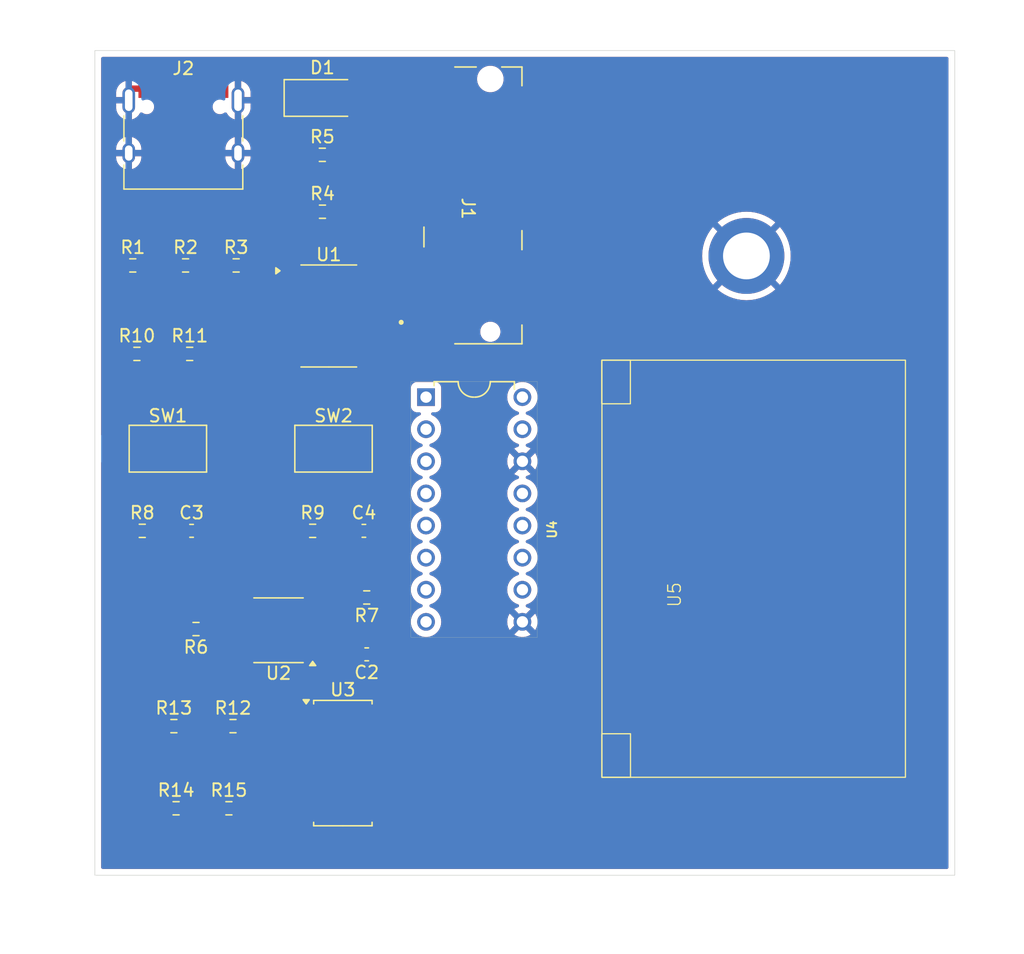
<source format=kicad_pcb>
(kicad_pcb (version 20240108) (generator "pcbnew") (generator_version "8.0")
  (layers (0 "F.Cu" signal) (31 "B.Cu" signal) (34 "B.Paste" user) (35 "F.Paste" user) (36 "B.SilkS" user "B.Silkscreen") (37 "F.SilkS" user "F.Silkscreen") (38 "B.Mask" user) (39 "F.Mask" user) (44 "Edge.Cuts" user))
  (net 0 "")
  (net 7 "BOOT")
  (net 9 "GND")
  (net 10 "Net-(J1-I2C_SCL)")
  (net 12 "RESET")
  (net 15 "+5V")
  (net 17 "D-")
  (net 18 "Net-(J1-SPI1_COPI)")
  (net 20 "Net-(J1-~{SPI1_CS}{slash}SPI_DATA3)")
  (net 24 "Net-(J1-SPI1_CIPO)")
  (net 25 "TX")
  (net 29 "Net-(D1-A)")
  (net 33 "Net-(J1-I2C1_SCL)")
  (net 42 "RX")
  (net 46 "Net-(J1-I2C1_SDA)")
  (net 54 "D+")
  (net 56 "Net-(J1-I2C_SDA)")
  (net 58 "Net-(J1-SPI1_SCK)")
  (net 61 "Net-(J2-CC2)")
  (net 67 "Net-(J2-CC1)")
  (net 77 "Net-(U1-~{RESET})")
  (net 83 "Net-(U2-Rs)")
  (net 84 "+3.3V")
  (net 87 "Net-(U1-A0)")
  (net 92 "Net-(U3-A0)")
  (net 93 "Net-(U3-A1)")
  (net 105 "+40V")
  (footprint "Package_SO:SOIC-8_3.9x4.9mm_P1.27mm" (layer "F.Cu") (at 119.525 87.365 180)
    (property "Reference" "U2" (at 0 -3.4 360) (layer "F.SilkS"))
    (property "Value" "SN65HVD230")
    (fp_line (start 0 2.56) (end 1.95 2.56) (stroke (width 0.12)) (layer "F.SilkS"))
    (fp_line (start 0 2.56) (end -1.95 2.56) (stroke (width 0.12)) (layer "F.SilkS"))
    (fp_line (start 0 -2.56) (end 1.95 -2.56) (stroke (width 0.12)) (layer "F.SilkS"))
    (fp_line (start 0 -2.56) (end -1.95 -2.56) (stroke (width 0.12)) (layer "F.SilkS"))
    (fp_poly (pts (xy -2.7 -2.465) (xy -2.94 -2.795) (xy -2.46 -2.795) (xy -2.7 -2.465)) (stroke (width 0.12)) (fill solid) (layer "F.SilkS"))
    (pad "1" smd roundrect (at -2.475 -1.905 180) (size 1.95 0.6) (layers "F.Cu" "F.Paste" "F.Mask") (net 25 "TX"))
    (pad "2" smd roundrect (at -2.475 -0.635 180) (size 1.95 0.6) (layers "F.Cu" "F.Paste" "F.Mask") (net 9 "GND"))
    (pad "3" smd roundrect (at -2.475 0.635 180) (size 1.95 0.6) (layers "F.Cu" "F.Paste" "F.Mask") (net 15 "+5V"))
    (pad "4" smd roundrect (at -2.475 1.905 180) (size 1.95 0.6) (layers "F.Cu" "F.Paste" "F.Mask") (net 42 "RX"))
    (pad "5" smd roundrect (at 2.475 1.905 180) (size 1.95 0.6) (layers "F.Cu" "F.Paste" "F.Mask"))
    (pad "6" smd roundrect (at 2.475 0.635 180) (size 1.95 0.6) (layers "F.Cu" "F.Paste" "F.Mask"))
    (pad "7" smd roundrect (at 2.475 -0.635 180) (size 1.95 0.6) (layers "F.Cu" "F.Paste" "F.Mask"))
    (pad "8" smd roundrect (at 2.475 -1.905 180) (size 1.95 0.6) (layers "F.Cu" "F.Paste" "F.Mask") (net 83 "Net-(U2-Rs)"))
  )
  (footprint "Resistor_SMD:R_0603_1608Metric" (layer "F.Cu") (at 111.425 101.45)
    (property "Reference" "R14" (at 0 -1.43 0) (layer "F.SilkS"))
    (property "Value" "10k")
    (fp_line (start -0.237258 -0.5225) (end 0.237258 -0.5225) (stroke (width 0.12)) (layer "F.SilkS"))
    (fp_line (start -0.237258 0.5225) (end 0.237258 0.5225) (stroke (width 0.12)) (layer "F.SilkS"))
    (pad "1" smd roundrect (at -0.825 0) (size 0.8 0.95) (layers "F.Cu" "F.Paste" "F.Mask") (net 15 "+5V"))
    (pad "2" smd roundrect (at 0.825 0) (size 0.8 0.95) (layers "F.Cu" "F.Paste" "F.Mask") (net 92 "Net-(U3-A0)"))
  )
  (footprint "Resistor_SMD:R_0603_1608Metric" (layer "F.Cu") (at 112.175 58.5)
    (property "Reference" "R2" (at 0 -1.43 0) (layer "F.SilkS"))
    (property "Value" "10k")
    (fp_line (start -0.237258 -0.5225) (end 0.237258 -0.5225) (stroke (width 0.12)) (layer "F.SilkS"))
    (fp_line (start -0.237258 0.5225) (end 0.237258 0.5225) (stroke (width 0.12)) (layer "F.SilkS"))
    (pad "1" smd roundrect (at -0.825 0) (size 0.8 0.95) (layers "F.Cu" "F.Paste" "F.Mask") (net 15 "+5V"))
    (pad "2" smd roundrect (at 0.825 0) (size 0.8 0.95) (layers "F.Cu" "F.Paste" "F.Mask") (net 56 "Net-(J1-I2C_SDA)"))
  )
  (footprint "Package_SO:TSSOP-24_4.4x7.8mm_P0.65mm" (layer "F.Cu") (at 123.5 62.5)
    (property "Reference" "U1" (at 0 -4.85 0) (layer "F.SilkS"))
    (property "Value" "TCA9548APWR")
    (fp_line (start 0 -4.035) (end -2.2 -4.035) (stroke (width 0.12)) (layer "F.SilkS"))
    (fp_line (start 0 -4.035) (end 2.2 -4.035) (stroke (width 0.12)) (layer "F.SilkS"))
    (fp_line (start 0 4.035) (end -2.2 4.035) (stroke (width 0.12)) (layer "F.SilkS"))
    (fp_line (start 0 4.035) (end 2.2 4.035) (stroke (width 0.12)) (layer "F.SilkS"))
    (fp_poly (pts (xy -3.86 -3.575) (xy -4.19 -3.815) (xy -4.19 -3.335) (xy -3.86 -3.575)) (stroke (width 0.12)) (fill solid) (layer "F.SilkS"))
    (pad "1" smd roundrect (at -2.8625 -3.575) (size 1.475 0.4) (layers "F.Cu" "F.Paste" "F.Mask") (net 87 "Net-(U1-A0)"))
    (pad "2" smd roundrect (at -2.8625 -2.925) (size 1.475 0.4) (layers "F.Cu" "F.Paste" "F.Mask") (net 87 "Net-(U1-A0)"))
    (pad "3" smd roundrect (at -2.8625 -2.275) (size 1.475 0.4) (layers "F.Cu" "F.Paste" "F.Mask") (net 77 "Net-(U1-~{RESET})"))
    (pad "4" smd roundrect (at -2.8625 -1.625) (size 1.475 0.4) (layers "F.Cu" "F.Paste" "F.Mask"))
    (pad "5" smd roundrect (at -2.8625 -0.975) (size 1.475 0.4) (layers "F.Cu" "F.Paste" "F.Mask"))
    (pad "6" smd roundrect (at -2.8625 -0.325) (size 1.475 0.4) (layers "F.Cu" "F.Paste" "F.Mask"))
    (pad "7" smd roundrect (at -2.8625 0.325) (size 1.475 0.4) (layers "F.Cu" "F.Paste" "F.Mask"))
    (pad "8" smd roundrect (at -2.8625 0.975) (size 1.475 0.4) (layers "F.Cu" "F.Paste" "F.Mask"))
    (pad "9" smd roundrect (at -2.8625 1.625) (size 1.475 0.4) (layers "F.Cu" "F.Paste" "F.Mask"))
    (pad "10" smd roundrect (at -2.8625 2.275) (size 1.475 0.4) (layers "F.Cu" "F.Paste" "F.Mask"))
    (pad "11" smd roundrect (at -2.8625 2.925) (size 1.475 0.4) (layers "F.Cu" "F.Paste" "F.Mask"))
    (pad "12" smd roundrect (at -2.8625 3.575) (size 1.475 0.4) (layers "F.Cu" "F.Paste" "F.Mask") (net 9 "GND"))
    (pad "13" smd roundrect (at 2.8625 3.575) (size 1.475 0.4) (layers "F.Cu" "F.Paste" "F.Mask"))
    (pad "14" smd roundrect (at 2.8625 2.925) (size 1.475 0.4) (layers "F.Cu" "F.Paste" "F.Mask"))
    (pad "15" smd roundrect (at 2.8625 2.275) (size 1.475 0.4) (layers "F.Cu" "F.Paste" "F.Mask"))
    (pad "16" smd roundrect (at 2.8625 1.625) (size 1.475 0.4) (layers "F.Cu" "F.Paste" "F.Mask"))
    (pad "17" smd roundrect (at 2.8625 0.975) (size 1.475 0.4) (layers "F.Cu" "F.Paste" "F.Mask"))
    (pad "18" smd roundrect (at 2.8625 0.325) (size 1.475 0.4) (layers "F.Cu" "F.Paste" "F.Mask"))
    (pad "19" smd roundrect (at 2.8625 -0.325) (size 1.475 0.4) (layers "F.Cu" "F.Paste" "F.Mask"))
    (pad "20" smd roundrect (at 2.8625 -0.975) (size 1.475 0.4) (layers "F.Cu" "F.Paste" "F.Mask"))
    (pad "21" smd roundrect (at 2.8625 -1.625) (size 1.475 0.4) (layers "F.Cu" "F.Paste" "F.Mask") (net 87 "Net-(U1-A0)"))
    (pad "22" smd roundrect (at 2.8625 -2.275) (size 1.475 0.4) (layers "F.Cu" "F.Paste" "F.Mask") (net 10 "Net-(J1-I2C_SCL)"))
    (pad "23" smd roundrect (at 2.8625 -2.925) (size 1.475 0.4) (layers "F.Cu" "F.Paste" "F.Mask") (net 56 "Net-(J1-I2C_SDA)"))
    (pad "24" smd roundrect (at 2.8625 -3.575) (size 1.475 0.4) (layers "F.Cu" "F.Paste" "F.Mask") (net 15 "+5V"))
  )
  (footprint "Resistor_SMD:R_0603_1608Metric" (layer "F.Cu") (at 111.25 94.95)
    (property "Reference" "R13" (at 0 -1.43 0) (layer "F.SilkS"))
    (property "Value" "10k")
    (fp_line (start -0.237258 -0.5225) (end 0.237258 -0.5225) (stroke (width 0.12)) (layer "F.SilkS"))
    (fp_line (start -0.237258 0.5225) (end 0.237258 0.5225) (stroke (width 0.12)) (layer "F.SilkS"))
    (pad "1" smd roundrect (at -0.825 0) (size 0.8 0.95) (layers "F.Cu" "F.Paste" "F.Mask") (net 15 "+5V"))
    (pad "2" smd roundrect (at 0.825 0) (size 0.8 0.95) (layers "F.Cu" "F.Paste" "F.Mask") (net 46 "Net-(J1-I2C1_SDA)"))
  )
  (footprint "Resistor_SMD:R_0603_1608Metric" (layer "F.Cu") (at 126.5 84.77 180)
    (property "Reference" "R7" (at 0 -1.43 360) (layer "F.SilkS"))
    (property "Value" "10k")
    (fp_line (start -0.237258 0.5225) (end 0.237258 0.5225) (stroke (width 0.12)) (layer "F.SilkS"))
    (fp_line (start -0.237258 -0.5225) (end 0.237258 -0.5225) (stroke (width 0.12)) (layer "F.SilkS"))
    (pad "1" smd roundrect (at -0.825 0 180) (size 0.8 0.95) (layers "F.Cu" "F.Paste" "F.Mask") (net 83 "Net-(U2-Rs)"))
    (pad "2" smd roundrect (at 0.825 0 180) (size 0.8 0.95) (layers "F.Cu" "F.Paste" "F.Mask") (net 9 "GND"))
  )
  (footprint "Resistor_SMD:R_0603_1608Metric" (layer "F.Cu") (at 115.6 101.45)
    (property "Reference" "R15" (at 0 -1.43 0) (layer "F.SilkS"))
    (property "Value" "10k")
    (fp_line (start -0.237258 -0.5225) (end 0.237258 -0.5225) (stroke (width 0.12)) (layer "F.SilkS"))
    (fp_line (start -0.237258 0.5225) (end 0.237258 0.5225) (stroke (width 0.12)) (layer "F.SilkS"))
    (pad "1" smd roundrect (at -0.825 0) (size 0.8 0.95) (layers "F.Cu" "F.Paste" "F.Mask") (net 93 "Net-(U3-A1)"))
    (pad "2" smd roundrect (at 0.825 0) (size 0.8 0.95) (layers "F.Cu" "F.Paste" "F.Mask") (net 9 "GND"))
  )
  (footprint "Button_Switch_SMD:SW_SPST_CK_RS282G05A3" (layer "F.Cu") (at 123.875 73)
    (property "Reference" "SW2" (at 0 -2.6 0) (layer "F.SilkS"))
    (property "Value" "SW_Push")
    (fp_line (start -3.06 -1.85) (end 3.06 -1.85) (stroke (width 0.12)) (layer "F.SilkS"))
    (fp_line (start -3.06 1.85) (end -3.06 -1.85) (stroke (width 0.12)) (layer "F.SilkS"))
    (fp_line (start 3.06 -1.85) (end 3.06 1.85) (stroke (width 0.12)) (layer "F.SilkS"))
    (fp_line (start 3.06 1.85) (end -3.06 1.85) (stroke (width 0.12)) (layer "F.SilkS"))
    (pad "1" smd rect (at -3.9 0) (size 1.5 1.5) (layers "F.Cu" "F.Paste" "F.Mask") (net 9 "GND"))
    (pad "2" smd rect (at 3.9 0) (size 1.5 1.5) (layers "F.Cu" "F.Paste" "F.Mask") (net 12 "RESET"))
  )
  (footprint "Resistor_SMD:R_0603_1608Metric" (layer "F.Cu") (at 122.225 79.5)
    (property "Reference" "R9" (at 0 -1.43 0) (layer "F.SilkS"))
    (property "Value" "10k")
    (fp_line (start -0.237258 -0.5225) (end 0.237258 -0.5225) (stroke (width 0.12)) (layer "F.SilkS"))
    (fp_line (start -0.237258 0.5225) (end 0.237258 0.5225) (stroke (width 0.12)) (layer "F.SilkS"))
    (pad "1" smd roundrect (at -0.825 0) (size 0.8 0.95) (layers "F.Cu" "F.Paste" "F.Mask") (net 12 "RESET"))
    (pad "2" smd roundrect (at 0.825 0) (size 0.8 0.95) (layers "F.Cu" "F.Paste" "F.Mask") (net 84 "+3.3V"))
  )
  (footprint "Resistor_SMD:R_0603_1608Metric" (layer "F.Cu") (at 108 58.5)
    (property "Reference" "R1" (at 0 -1.43 0) (layer "F.SilkS"))
    (property "Value" "10k")
    (fp_line (start -0.237258 -0.5225) (end 0.237258 -0.5225) (stroke (width 0.12)) (layer "F.SilkS"))
    (fp_line (start -0.237258 0.5225) (end 0.237258 0.5225) (stroke (width 0.12)) (layer "F.SilkS"))
    (pad "1" smd roundrect (at -0.825 0) (size 0.8 0.95) (layers "F.Cu" "F.Paste" "F.Mask") (net 15 "+5V"))
    (pad "2" smd roundrect (at 0.825 0) (size 0.8 0.95) (layers "F.Cu" "F.Paste" "F.Mask") (net 10 "Net-(J1-I2C_SCL)"))
  )
  (footprint "Connector_USB:USB_C_Receptacle_HRO_TYPE-C-31-M-12" (layer "F.Cu") (at 112 48.56)
    (property "Reference" "J2" (at 0 -5.645 0) (layer "F.SilkS"))
    (property "Value" "USB_C_Receptacle_USB2.0_14P")
    (fp_line (start -4.7 -1.9) (end -4.7 0.1) (stroke (width 0.12)) (layer "F.SilkS"))
    (fp_line (start -4.7 2) (end -4.7 3.9) (stroke (width 0.12)) (layer "F.SilkS"))
    (fp_line (start -4.7 3.9) (end 4.7 3.9) (stroke (width 0.12)) (layer "F.SilkS"))
    (fp_line (start 4.7 -1.9) (end 4.7 0.1) (stroke (width 0.12)) (layer "F.SilkS"))
    (fp_line (start 4.7 2) (end 4.7 3.9) (stroke (width 0.12)) (layer "F.SilkS"))
    (pad "" np_thru_hole circle (at -2.89 -2.6) (size 0.65 0.65) (drill 0.65) (layers "*.Cu" "*.Mask"))
    (pad "" np_thru_hole circle (at 2.89 -2.6) (size 0.65 0.65) (drill 0.65) (layers "*.Cu" "*.Mask"))
    (pad "A1" smd rect (at -3.25 -4.045) (size 0.6 1.45) (layers "F.Cu" "F.Paste" "F.Mask") (net 9 "GND"))
    (pad "A4" smd rect (at -2.45 -4.045) (size 0.6 1.45) (layers "F.Cu" "F.Paste" "F.Mask") (net 29 "Net-(D1-A)"))
    (pad "A5" smd rect (at -1.25 -4.045) (size 0.3 1.45) (layers "F.Cu" "F.Paste" "F.Mask") (net 67 "Net-(J2-CC1)"))
    (pad "A6" smd rect (at -0.25 -4.045) (size 0.3 1.45) (layers "F.Cu" "F.Paste" "F.Mask") (net 54 "D+"))
    (pad "A7" smd rect (at 0.25 -4.045) (size 0.3 1.45) (layers "F.Cu" "F.Paste" "F.Mask") (net 17 "D-"))
    (pad "A8" smd rect (at 1.25 -4.045) (size 0.3 1.45) (layers "F.Cu" "F.Paste" "F.Mask"))
    (pad "A9" smd rect (at 2.45 -4.045) (size 0.6 1.45) (layers "F.Cu" "F.Paste" "F.Mask") (net 29 "Net-(D1-A)"))
    (pad "A12" smd rect (at 3.25 -4.045) (size 0.6 1.45) (layers "F.Cu" "F.Paste" "F.Mask") (net 9 "GND"))
    (pad "B1" smd rect (at 3.25 -4.045) (size 0.6 1.45) (layers "F.Cu" "F.Paste" "F.Mask") (net 9 "GND"))
    (pad "B4" smd rect (at 2.45 -4.045) (size 0.6 1.45) (layers "F.Cu" "F.Paste" "F.Mask") (net 29 "Net-(D1-A)"))
    (pad "B5" smd rect (at 1.75 -4.045) (size 0.3 1.45) (layers "F.Cu" "F.Paste" "F.Mask") (net 61 "Net-(J2-CC2)"))
    (pad "B6" smd rect (at 0.75 -4.045) (size 0.3 1.45) (layers "F.Cu" "F.Paste" "F.Mask") (net 54 "D+"))
    (pad "B7" smd rect (at -0.75 -4.045) (size 0.3 1.45) (layers "F.Cu" "F.Paste" "F.Mask") (net 17 "D-"))
    (pad "B8" smd rect (at -1.75 -4.045) (size 0.3 1.45) (layers "F.Cu" "F.Paste" "F.Mask"))
    (pad "B9" smd rect (at -2.45 -4.045) (size 0.6 1.45) (layers "F.Cu" "F.Paste" "F.Mask") (net 29 "Net-(D1-A)"))
    (pad "B12" smd rect (at -3.25 -4.045) (size 0.6 1.45) (layers "F.Cu" "F.Paste" "F.Mask") (net 9 "GND"))
    (pad "S1" thru_hole oval (at -4.32 -3.13) (size 1 2.1) (drill oval 0.6 1.7) (layers "*.Cu" "*.Mask") (net 9 "GND"))
    (pad "S1" thru_hole oval (at -4.32 1.05) (size 1 1.6) (drill oval 0.6 1.2) (layers "*.Cu" "*.Mask") (net 9 "GND"))
    (pad "S1" thru_hole oval (at 4.32 -3.13) (size 1 2.1) (drill oval 0.6 1.7) (layers "*.Cu" "*.Mask") (net 9 "GND"))
    (pad "S1" thru_hole oval (at 4.32 1.05) (size 1 1.6) (drill oval 0.6 1.2) (layers "*.Cu" "*.Mask") (net 9 "GND"))
  )
  (footprint "Package_SO:TSSOP-28_4.4x9.7mm_P0.65mm" (layer "F.Cu") (at 124.6125 97.875)
    (property "Reference" "U3" (at 0 -5.8 0) (layer "F.SilkS"))
    (property "Value" "PCA9685PW")
    (fp_line (start -2.31 -4.96) (end -2.31 -4.685) (stroke (width 0.12)) (layer "F.SilkS"))
    (fp_line (start -2.31 4.96) (end -2.31 4.685) (stroke (width 0.12)) (layer "F.SilkS"))
    (fp_line (start 0 -4.96) (end -2.31 -4.96) (stroke (width 0.12)) (layer "F.SilkS"))
    (fp_line (start 0 -4.96) (end 2.31 -4.96) (stroke (width 0.12)) (layer "F.SilkS"))
    (fp_line (start 0 4.96) (end -2.31 4.96) (stroke (width 0.12)) (layer "F.SilkS"))
    (fp_line (start 0 4.96) (end 2.31 4.96) (stroke (width 0.12)) (layer "F.SilkS"))
    (fp_line (start 2.31 -4.96) (end 2.31 -4.685) (stroke (width 0.12)) (layer "F.SilkS"))
    (fp_line (start 2.31 4.96) (end 2.31 4.685) (stroke (width 0.12)) (layer "F.SilkS"))
    (fp_poly (pts (xy -2.9 -4.685) (xy -3.14 -5.015) (xy -2.66 -5.015) (xy -2.9 -4.685)) (stroke (width 0.12)) (fill solid) (layer "F.SilkS"))
    (pad "1" smd roundrect (at -2.8625 -4.225) (size 1.475 0.4) (layers "F.Cu" "F.Paste" "F.Mask") (net 92 "Net-(U3-A0)"))
    (pad "2" smd roundrect (at -2.8625 -3.575) (size 1.475 0.4) (layers "F.Cu" "F.Paste" "F.Mask") (net 93 "Net-(U3-A1)"))
    (pad "3" smd roundrect (at -2.8625 -2.925) (size 1.475 0.4) (layers "F.Cu" "F.Paste" "F.Mask") (net 92 "Net-(U3-A0)"))
    (pad "4" smd roundrect (at -2.8625 -2.275) (size 1.475 0.4) (layers "F.Cu" "F.Paste" "F.Mask") (net 93 "Net-(U3-A1)"))
    (pad "5" smd roundrect (at -2.8625 -1.625) (size 1.475 0.4) (layers "F.Cu" "F.Paste" "F.Mask") (net 92 "Net-(U3-A0)"))
    (pad "6" smd roundrect (at -2.8625 -0.975) (size 1.475 0.4) (layers "F.Cu" "F.Paste" "F.Mask"))
    (pad "7" smd roundrect (at -2.8625 -0.325) (size 1.475 0.4) (layers "F.Cu" "F.Paste" "F.Mask"))
    (pad "8" smd roundrect (at -2.8625 0.325) (size 1.475 0.4) (layers "F.Cu" "F.Paste" "F.Mask"))
    (pad "9" smd roundrect (at -2.8625 0.975) (size 1.475 0.4) (layers "F.Cu" "F.Paste" "F.Mask"))
    (pad "10" smd roundrect (at -2.8625 1.625) (size 1.475 0.4) (layers "F.Cu" "F.Paste" "F.Mask"))
    (pad "11" smd roundrect (at -2.8625 2.275) (size 1.475 0.4) (layers "F.Cu" "F.Paste" "F.Mask"))
    (pad "12" smd roundrect (at -2.8625 2.925) (size 1.475 0.4) (layers "F.Cu" "F.Paste" "F.Mask"))
    (pad "13" smd roundrect (at -2.8625 3.575) (size 1.475 0.4) (layers "F.Cu" "F.Paste" "F.Mask"))
    (pad "14" smd roundrect (at -2.8625 4.225) (size 1.475 0.4) (layers "F.Cu" "F.Paste" "F.Mask") (net 9 "GND"))
    (pad "15" smd roundrect (at 2.8625 4.225) (size 1.475 0.4) (layers "F.Cu" "F.Paste" "F.Mask"))
    (pad "16" smd roundrect (at 2.8625 3.575) (size 1.475 0.4) (layers "F.Cu" "F.Paste" "F.Mask"))
    (pad "17" smd roundrect (at 2.8625 2.925) (size 1.475 0.4) (layers "F.Cu" "F.Paste" "F.Mask"))
    (pad "18" smd roundrect (at 2.8625 2.275) (size 1.475 0.4) (layers "F.Cu" "F.Paste" "F.Mask"))
    (pad "19" smd roundrect (at 2.8625 1.625) (size 1.475 0.4) (layers "F.Cu" "F.Paste" "F.Mask"))
    (pad "20" smd roundrect (at 2.8625 0.975) (size 1.475 0.4) (layers "F.Cu" "F.Paste" "F.Mask"))
    (pad "21" smd roundrect (at 2.8625 0.325) (size 1.475 0.4) (layers "F.Cu" "F.Paste" "F.Mask"))
    (pad "22" smd roundrect (at 2.8625 -0.325) (size 1.475 0.4) (layers "F.Cu" "F.Paste" "F.Mask"))
    (pad "23" smd roundrect (at 2.8625 -0.975) (size 1.475 0.4) (layers "F.Cu" "F.Paste" "F.Mask"))
    (pad "24" smd roundrect (at 2.8625 -1.625) (size 1.475 0.4) (layers "F.Cu" "F.Paste" "F.Mask") (net 93 "Net-(U3-A1)"))
    (pad "25" smd roundrect (at 2.8625 -2.275) (size 1.475 0.4) (layers "F.Cu" "F.Paste" "F.Mask") (net 9 "GND"))
    (pad "26" smd roundrect (at 2.8625 -2.925) (size 1.475 0.4) (layers "F.Cu" "F.Paste" "F.Mask") (net 33 "Net-(J1-I2C1_SCL)"))
    (pad "27" smd roundrect (at 2.8625 -3.575) (size 1.475 0.4) (layers "F.Cu" "F.Paste" "F.Mask") (net 46 "Net-(J1-I2C1_SDA)"))
    (pad "28" smd roundrect (at 2.8625 -4.225) (size 1.475 0.4) (layers "F.Cu" "F.Paste" "F.Mask") (net 15 "+5V"))
  )
  (footprint "Resistor_SMD:R_0603_1608Metric" (layer "F.Cu") (at 108.75 79.5)
    (property "Reference" "R8" (at 0 -1.43 0) (layer "F.SilkS"))
    (property "Value" "10k")
    (fp_line (start -0.237258 -0.5225) (end 0.237258 -0.5225) (stroke (width 0.12)) (layer "F.SilkS"))
    (fp_line (start -0.237258 0.5225) (end 0.237258 0.5225) (stroke (width 0.12)) (layer "F.SilkS"))
    (pad "1" smd roundrect (at -0.825 0) (size 0.8 0.95) (layers "F.Cu" "F.Paste" "F.Mask") (net 7 "BOOT"))
    (pad "2" smd roundrect (at 0.825 0) (size 0.8 0.95) (layers "F.Cu" "F.Paste" "F.Mask") (net 84 "+3.3V"))
  )
  (footprint "Resistor_SMD:R_0603_1608Metric" (layer "F.Cu") (at 115.925 94.95)
    (property "Reference" "R12" (at 0 -1.43 0) (layer "F.SilkS"))
    (property "Value" "10k")
    (fp_line (start -0.237258 -0.5225) (end 0.237258 -0.5225) (stroke (width 0.12)) (layer "F.SilkS"))
    (fp_line (start -0.237258 0.5225) (end 0.237258 0.5225) (stroke (width 0.12)) (layer "F.SilkS"))
    (pad "1" smd roundrect (at -0.825 0) (size 0.8 0.95) (layers "F.Cu" "F.Paste" "F.Mask") (net 15 "+5V"))
    (pad "2" smd roundrect (at 0.825 0) (size 0.8 0.95) (layers "F.Cu" "F.Paste" "F.Mask") (net 33 "Net-(J1-I2C1_SCL)"))
  )
  (footprint "Diode_SMD:Vishay_SMPA" (layer "F.Cu") (at 122.99 45.25)
    (property "Reference" "D1" (at 0 -2.4 0) (layer "F.SilkS"))
    (property "Value" "D")
    (fp_line (start -3.02 -1.45) (end -3.02 1.45) (stroke (width 0.12)) (layer "F.SilkS"))
    (fp_line (start -3.02 -1.45) (end 2 -1.45) (stroke (width 0.12)) (layer "F.SilkS"))
    (fp_line (start -3.02 1.45) (end 2 1.45) (stroke (width 0.12)) (layer "F.SilkS"))
    (pad "1" smd roundrect (at -1.21 0) (size 3.1 2.2) (layers "F.Cu" "F.Paste" "F.Mask") (roundrect_rratio 0.1136363636) (net 15 "+5V"))
    (pad "2" smd roundrect (at 2.01 0) (size 1.5 1.52) (layers "F.Cu" "F.Paste" "F.Mask") (roundrect_rratio 0.1666666667) (net 29 "Net-(D1-A)"))
  )
  (footprint "SJSU_common:5VBuckModule" (layer "F.Cu") (at 145.1 98.997246 90)
    (property "Reference" "U5" (at 14.4435 5.739 90) (layer "F.SilkS") (effects (font (thickness 0.1))))
    (property "Value" "~")
    (fp_rect (start 32.993142 -0.011416) (end 29.549642 2.249584) (stroke (width 0.1)) (fill none) (layer "F.SilkS"))
    (fp_rect (start 0.00135 -0.00333) (end 3.44485 2.25767) (stroke (width 0.1)) (fill none) (layer "F.SilkS"))
    (fp_rect (start 0 0) (end 33 24) (stroke (width 0.1)) (fill none) (layer "F.SilkS"))
    (pad "1" smd oval (at 1.7231 2.25767 180) (size 2.1 6) (layers "F.Cu" "F.Paste" "F.Mask") (net 105 "+40V"))
    (pad "1" smd oval (at 1.7231 4.79767 180) (size 2.1 6) (layers "F.Cu" "F.Paste" "F.Mask") (net 105 "+40V"))
    (pad "1" smd oval (at 1.7231 7.35767 180) (size 2.1 6) (layers "F.Cu" "F.Paste" "F.Mask") (net 105 "+40V"))
    (pad "1" smd oval (at 1.7231 9.89767 180) (size 2.1 6) (layers "F.Cu" "F.Paste" "F.Mask") (net 105 "+40V"))
    (pad "2" smd oval (at 31.271392 2.249584) (size 2.1 6) (layers "F.Cu" "F.Paste" "F.Mask") (net 15 "+5V"))
    (pad "2" smd oval (at 31.271392 4.789584) (size 2.1 6) (layers "F.Cu" "F.Paste" "F.Mask") (net 15 "+5V"))
    (pad "2" smd oval (at 31.271392 7.349584) (size 2.1 6) (layers "F.Cu" "F.Paste" "F.Mask") (net 15 "+5V"))
    (pad "2" smd oval (at 31.271392 9.889584) (size 2.1 6) (layers "F.Cu" "F.Paste" "F.Mask") (net 15 "+5V"))
    (pad "3" smd oval (at 1.72175 14.099 180) (size 2.1 6) (layers "F.Cu" "F.Paste" "F.Mask") (net 9 "GND"))
    (pad "3" smd oval (at 1.72175 16.639 180) (size 2.1 6) (layers "F.Cu" "F.Paste" "F.Mask") (net 9 "GND"))
    (pad "3" smd oval (at 1.72175 19.199 180) (size 2.1 6) (layers "F.Cu" "F.Paste" "F.Mask") (net 9 "GND"))
    (pad "3" smd oval (at 1.72175 21.739 180) (size 2.1 6) (layers "F.Cu" "F.Paste" "F.Mask") (net 9 "GND"))
    (pad "3" smd oval (at 31.272742 14.090914) (size 2.1 6) (layers "F.Cu" "F.Paste" "F.Mask") (net 9 "GND"))
    (pad "3" smd oval (at 31.272742 16.630914) (size 2.1 6) (layers "F.Cu" "F.Paste" "F.Mask") (net 9 "GND"))
    (pad "3" smd oval (at 31.272742 19.190914) (size 2.1 6) (layers "F.Cu" "F.Paste" "F.Mask") (net 9 "GND"))
    (pad "3" smd oval (at 31.272742 21.730914) (size 2.1 6) (layers "F.Cu" "F.Paste" "F.Mask") (net 9 "GND"))
  )
  (footprint "MCU-MCP3008-I_P_DIP16-7.62MM_:DIP16-2.54-19.2X7.62MM" (layer "F.Cu") (at 135 77.81 -90)
    (property "Reference" "U4" (at 1.589081 -6.165633 90) (layer "F.SilkS") (effects (font (size 0.700697 0.700697))))
    (property "Value" "MCP3008")
    (fp_line (start -10.11 3.175) (end -9.8 3.175) (stroke (width 0.127)) (layer "F.SilkS"))
    (fp_line (start -10.11 3.175) (end -10.11 1.27) (stroke (width 0.127)) (layer "F.SilkS"))
    (fp_line (start -10.11 -1.27) (end -10.11 -3.175) (stroke (width 0.127)) (layer "F.SilkS"))
    (fp_line (start -10.11 -3.175) (end -9.525 -3.175) (stroke (width 0.127)) (layer "F.SilkS"))
    (fp_arc (start -8.89 0.05) (mid -9.24733 0.91267) (end -10.11 1.27) (stroke (width 0.127)) (layer "F.SilkS"))
    (fp_arc (start -10.11 -1.27) (mid -9.24733 -0.91267) (end -8.89 -0.05) (stroke (width 0.127)) (layer "F.SilkS"))
    (fp_poly (pts (xy -10.1201 -5) (xy 10.11 -5) (xy 10.11 5.005) (xy -10.1201 5.005)) (stroke (width 0.01)) (fill none) (layer "F.SilkS"))
    (pad "1" thru_hole rect (at -8.89 3.81 270) (size 1.4 1.4) (drill 0.9) (layers "*.Cu" "*.Mask"))
    (pad "2" thru_hole circle (at -6.35 3.81 270) (size 1.4 1.4) (drill 0.9) (layers "*.Cu" "*.Mask"))
    (pad "3" thru_hole circle (at -3.81 3.81 270) (size 1.4 1.4) (drill 0.9) (layers "*.Cu" "*.Mask"))
    (pad "4" thru_hole circle (at -1.27 3.81 270) (size 1.4 1.4) (drill 0.9) (layers "*.Cu" "*.Mask"))
    (pad "5" thru_hole circle (at 1.27 3.81 270) (size 1.4 1.4) (drill 0.9) (layers "*.Cu" "*.Mask"))
    (pad "6" thru_hole circle (at 3.81 3.81 270) (size 1.4 1.4) (drill 0.9) (layers "*.Cu" "*.Mask"))
    (pad "7" thru_hole circle (at 6.35 3.81 270) (size 1.4 1.4) (drill 0.9) (layers "*.Cu" "*.Mask"))
    (pad "8" thru_hole circle (at 8.89 3.81 270) (size 1.4 1.4) (drill 0.9) (layers "*.Cu" "*.Mask"))
    (pad "9" thru_hole circle (at 8.89 -3.81 270) (size 1.4 1.4) (drill 0.9) (layers "*.Cu" "*.Mask") (net 9 "GND"))
    (pad "10" thru_hole circle (at 6.35 -3.81 270) (size 1.4 1.4) (drill 0.9) (layers "*.Cu" "*.Mask") (net 20 "Net-(J1-~{SPI1_CS}{slash}SPI_DATA3)"))
    (pad "11" thru_hole circle (at 3.81 -3.81 270) (size 1.4 1.4) (drill 0.9) (layers "*.Cu" "*.Mask") (net 18 "Net-(J1-SPI1_COPI)"))
    (pad "12" thru_hole circle (at 1.27 -3.81 270) (size 1.4 1.4) (drill 0.9) (layers "*.Cu" "*.Mask") (net 24 "Net-(J1-SPI1_CIPO)"))
    (pad "13" thru_hole circle (at -1.27 -3.81 270) (size 1.4 1.4) (drill 0.9) (layers "*.Cu" "*.Mask") (net 58 "Net-(J1-SPI1_SCK)"))
    (pad "14" thru_hole circle (at -3.81 -3.81 270) (size 1.4 1.4) (drill 0.9) (layers "*.Cu" "*.Mask") (net 9 "GND"))
    (pad "15" thru_hole circle (at -6.35 -3.81 270) (size 1.4 1.4) (drill 0.9) (layers "*.Cu" "*.Mask") (net 84 "+3.3V"))
    (pad "16" thru_hole circle (at -8.89 -3.81 270) (size 1.4 1.4) (drill 0.9) (layers "*.Cu" "*.Mask") (net 84 "+3.3V"))
  )
  (footprint "Resistor_SMD:R_0603_1608Metric" (layer "F.Cu") (at 123 54.25)
    (property "Reference" "R4" (at 0 -1.43 0) (layer "F.SilkS"))
    (property "Value" "5.1k")
    (fp_line (start -0.237258 -0.5225) (end 0.237258 -0.5225) (stroke (width 0.12)) (layer "F.SilkS"))
    (fp_line (start -0.237258 0.5225) (end 0.237258 0.5225) (stroke (width 0.12)) (layer "F.SilkS"))
    (pad "1" smd roundrect (at -0.825 0) (size 0.8 0.95) (layers "F.Cu" "F.Paste" "F.Mask") (net 9 "GND"))
    (pad "2" smd roundrect (at 0.825 0) (size 0.8 0.95) (layers "F.Cu" "F.Paste" "F.Mask") (net 67 "Net-(J2-CC1)"))
  )
  (footprint "Capacitor_SMD:C_0603_1608Metric" (layer "F.Cu") (at 112.65 79.5)
    (property "Reference" "C3" (at 0 -1.43 0) (layer "F.SilkS"))
    (property "Value" "100n")
    (fp_line (start -0.14058 -0.51) (end 0.14058 -0.51) (stroke (width 0.12)) (layer "F.SilkS"))
    (fp_line (start -0.14058 0.51) (end 0.14058 0.51) (stroke (width 0.12)) (layer "F.SilkS"))
    (pad "1" smd roundrect (at -0.775 0) (size 0.9 0.95) (layers "F.Cu" "F.Paste" "F.Mask") (net 7 "BOOT"))
    (pad "2" smd roundrect (at 0.775 0) (size 0.9 0.95) (layers "F.Cu" "F.Paste" "F.Mask") (net 9 "GND"))
  )
  (footprint "Capacitor_SMD:C_0603_1608Metric" (layer "F.Cu") (at 126.275 79.5)
    (property "Reference" "C4" (at 0 -1.43 0) (layer "F.SilkS"))
    (property "Value" "100n")
    (fp_line (start -0.14058 -0.51) (end 0.14058 -0.51) (stroke (width 0.12)) (layer "F.SilkS"))
    (fp_line (start -0.14058 0.51) (end 0.14058 0.51) (stroke (width 0.12)) (layer "F.SilkS"))
    (pad "1" smd roundrect (at -0.775 0) (size 0.9 0.95) (layers "F.Cu" "F.Paste" "F.Mask") (net 12 "RESET"))
    (pad "2" smd roundrect (at 0.775 0) (size 0.9 0.95) (layers "F.Cu" "F.Paste" "F.Mask") (net 9 "GND"))
  )
  (footprint "Resistor_SMD:R_0603_1608Metric" (layer "F.Cu") (at 113 87.27 180)
    (property "Reference" "R6" (at 0 -1.43 360) (layer "F.SilkS"))
    (property "Value" "120")
    (fp_line (start -0.237258 0.5225) (end 0.237258 0.5225) (stroke (width 0.12)) (layer "F.SilkS"))
    (fp_line (start -0.237258 -0.5225) (end 0.237258 -0.5225) (stroke (width 0.12)) (layer "F.SilkS"))
    (pad "1" smd roundrect (at -0.825 0 180) (size 0.8 0.95) (layers "F.Cu" "F.Paste" "F.Mask"))
    (pad "2" smd roundrect (at 0.825 0 180) (size 0.8 0.95) (layers "F.Cu" "F.Paste" "F.Mask"))
  )
  (footprint "SJSU_common:micromod" (layer "F.Cu") (at 144.525 53.75 -90)
    (property "Reference" "J1" (at 0.25 10 -90) (layer "F.SilkS"))
    (property "Value" "MicroMod" (hide yes))
    (fp_line (start 3.28 13.5) (end 1.72 13.5) (stroke (width 0.127)) (layer "F.SilkS"))
    (fp_line (start -10.95 11.055) (end -10.95 9.37) (stroke (width 0.127)) (layer "F.SilkS"))
    (fp_line (start -10.95 5.75) (end -10.95 7.35) (stroke (width 0.127)) (layer "F.SilkS"))
    (fp_line (start -9.47 5.75) (end -10.95 5.75) (stroke (width 0.127)) (layer "F.SilkS"))
    (fp_line (start 3.5 5.75) (end 2 5.75) (stroke (width 0.127)) (layer "F.SilkS"))
    (fp_line (start 10.95 5.75) (end 10.95 11.055) (stroke (width 0.127)) (layer "F.SilkS"))
    (fp_line (start 10.95 5.75) (end 9.47 5.75) (stroke (width 0.127)) (layer "F.SilkS"))
    (fp_circle (center 9.25 15.3) (end 9.15 15.3) (stroke (width 0.2)) (fill none) (layer "F.SilkS"))
    (pad "" np_thru_hole circle (at -10 8.25 90) (size 1.6 1.6) (drill 1.6) (layers "*.Cu" "*.Mask"))
    (pad "" np_thru_hole circle (at 10 8.25 90) (size 1.1 1.1) (drill 1.1) (layers "*.Cu" "*.Mask"))
    (pad "1" smd roundrect (at 9.25 13.525 90) (size 0.3 1.55) (layers "F.Cu" "F.Paste" "F.Mask") (roundrect_rratio 0.075) (net 9 "GND"))
    (pad "2" smd roundrect (at 9 5.975 90) (size 0.3 1.55) (layers "F.Cu" "F.Paste" "F.Mask") (roundrect_rratio 0.075) (net 15 "+5V"))
    (pad "3" smd roundrect (at 8.75 13.525 90) (size 0.3 1.55) (layers "F.Cu" "F.Paste" "F.Mask") (roundrect_rratio 0.075) (net 54 "D+"))
    (pad "4" smd roundrect (at 8.5 5.975 90) (size 0.3 1.55) (layers "F.Cu" "F.Paste" "F.Mask") (roundrect_rratio 0.075))
    (pad "5" smd roundrect (at 8.25 13.525 90) (size 0.3 1.55) (layers "F.Cu" "F.Paste" "F.Mask") (roundrect_rratio 0.075) (net 17 "D-"))
    (pad "6" smd roundrect (at 8 5.975 90) (size 0.3 1.55) (layers "F.Cu" "F.Paste" "F.Mask") (roundrect_rratio 0.075) (net 12 "RESET"))
    (pad "7" smd roundrect (at 7.75 13.525 90) (size 0.3 1.55) (layers "F.Cu" "F.Paste" "F.Mask") (roundrect_rratio 0.075) (net 9 "GND"))
    (pad "8" smd roundrect (at 7.5 5.975 90) (size 0.3 1.55) (layers "F.Cu" "F.Paste" "F.Mask") (roundrect_rratio 0.075))
    (pad "9" smd roundrect (at 7.25 13.525 90) (size 0.3 1.55) (layers "F.Cu" "F.Paste" "F.Mask") (roundrect_rratio 0.075) (net 29 "Net-(D1-A)"))
    (pad "10" smd roundrect (at 7 5.975 90) (size 0.3 1.55) (layers "F.Cu" "F.Paste" "F.Mask") (roundrect_rratio 0.075))
    (pad "11" smd roundrect (at 6.75 13.525 90) (size 0.3 1.55) (layers "F.Cu" "F.Paste" "F.Mask") (roundrect_rratio 0.075) (net 7 "BOOT"))
    (pad "12" smd roundrect (at 6.5 5.975 90) (size 0.3 1.55) (layers "F.Cu" "F.Paste" "F.Mask") (roundrect_rratio 0.075) (net 56 "Net-(J1-I2C_SDA)"))
    (pad "13" smd roundrect (at 6.25 13.525 90) (size 0.3 1.55) (layers "F.Cu" "F.Paste" "F.Mask") (roundrect_rratio 0.075))
    (pad "14" smd roundrect (at 6 5.975 90) (size 0.3 1.55) (layers "F.Cu" "F.Paste" "F.Mask") (roundrect_rratio 0.075) (net 10 "Net-(J1-I2C_SCL)"))
    (pad "15" smd roundrect (at 5.75 13.525 90) (size 0.3 1.55) (layers "F.Cu" "F.Paste" "F.Mask") (roundrect_rratio 0.075))
    (pad "16" smd roundrect (at 5.5 5.975 90) (size 0.3 1.55) (layers "F.Cu" "F.Paste" "F.Mask") (roundrect_rratio 0.075))
    (pad "17" smd roundrect (at 5.25 13.525 90) (size 0.3 1.55) (layers "F.Cu" "F.Paste" "F.Mask") (roundrect_rratio 0.075))
    (pad "18" smd roundrect (at 5 5.975 90) (size 0.3 1.55) (layers "F.Cu" "F.Paste" "F.Mask") (roundrect_rratio 0.075))
    (pad "19" smd roundrect (at 4.75 13.525 90) (size 0.3 1.55) (layers "F.Cu" "F.Paste" "F.Mask") (roundrect_rratio 0.075))
    (pad "20" smd roundrect (at 4.5 5.975 90) (size 0.3 1.55) (layers "F.Cu" "F.Paste" "F.Mask") (roundrect_rratio 0.075))
    (pad "21" smd roundrect (at 4.25 13.525 90) (size 0.3 1.55) (layers "F.Cu" "F.Paste" "F.Mask") (roundrect_rratio 0.075))
    (pad "22" smd roundrect (at 4 5.975 90) (size 0.3 1.55) (layers "F.Cu" "F.Paste" "F.Mask") (roundrect_rratio 0.075))
    (pad "23" smd roundrect (at 3.75 13.525 90) (size 0.3 1.55) (layers "F.Cu" "F.Paste" "F.Mask") (roundrect_rratio 0.075))
    (pad "32" smd roundrect (at 1.5 5.975 90) (size 0.3 1.55) (layers "F.Cu" "F.Paste" "F.Mask") (roundrect_rratio 0.075))
    (pad "33" smd roundrect (at 1.25 13.525 90) (size 0.3 1.55) (layers "F.Cu" "F.Paste" "F.Mask") (roundrect_rratio 0.075) (net 9 "GND"))
    (pad "34" smd roundrect (at 1 5.975 90) (size 0.3 1.55) (layers "F.Cu" "F.Paste" "F.Mask") (roundrect_rratio 0.075))
    (pad "35" smd roundrect (at 0.75 13.525 90) (size 0.3 1.55) (layers "F.Cu" "F.Paste" "F.Mask") (roundrect_rratio 0.075))
    (pad "36" smd roundrect (at 0.5 5.975 90) (size 0.3 1.55) (layers "F.Cu" "F.Paste" "F.Mask") (roundrect_rratio 0.075) (net 9 "GND"))
    (pad "37" smd roundrect (at 0.25 13.525 90) (size 0.3 1.55) (layers "F.Cu" "F.Paste" "F.Mask") (roundrect_rratio 0.075))
    (pad "38" smd roundrect (at 0 5.975 90) (size 0.3 1.55) (layers "F.Cu" "F.Paste" "F.Mask") (roundrect_rratio 0.075))
    (pad "39" smd roundrect (at -0.25 13.525 90) (size 0.3 1.55) (layers "F.Cu" "F.Paste" "F.Mask") (roundrect_rratio 0.075) (net 9 "GND"))
    (pad "40" smd roundrect (at -0.5 5.975 90) (size 0.3 1.55) (layers "F.Cu" "F.Paste" "F.Mask") (roundrect_rratio 0.075))
    (pad "41" smd roundrect (at -0.75 13.525 90) (size 0.3 1.55) (layers "F.Cu" "F.Paste" "F.Mask") (roundrect_rratio 0.075) (net 42 "RX"))
    (pad "42" smd roundrect (at -1 5.975 90) (size 0.3 1.55) (layers "F.Cu" "F.Paste" "F.Mask") (roundrect_rratio 0.075))
    (pad "43" smd roundrect (at -1.25 13.525 90) (size 0.3 1.55) (layers "F.Cu" "F.Paste" "F.Mask") (roundrect_rratio 0.075) (net 25 "TX"))
    (pad "44" smd roundrect (at -1.5 5.975 90) (size 0.3 1.55) (layers "F.Cu" "F.Paste" "F.Mask") (roundrect_rratio 0.075))
    (pad "45" smd roundrect (at -1.75 13.525 90) (size 0.3 1.55) (layers "F.Cu" "F.Paste" "F.Mask") (roundrect_rratio 0.075) (net 9 "GND"))
    (pad "46" smd roundrect (at -2 5.975 90) (size 0.3 1.55) (layers "F.Cu" "F.Paste" "F.Mask") (roundrect_rratio 0.075))
    (pad "47" smd roundrect (at -2.25 13.525 90) (size 0.3 1.55) (layers "F.Cu" "F.Paste" "F.Mask") (roundrect_rratio 0.075))
    (pad "48" smd roundrect (at -2.5 5.975 90) (size 0.3 1.55) (layers "F.Cu" "F.Paste" "F.Mask") (roundrect_rratio 0.075))
    (pad "49" smd roundrect (at -2.75 13.525 90) (size 0.3 1.55) (layers "F.Cu" "F.Paste" "F.Mask") (roundrect_rratio 0.075))
    (pad "50" smd roundrect (at -3 5.975 90) (size 0.3 1.55) (layers "F.Cu" "F.Paste" "F.Mask") (roundrect_rratio 0.075))
    (pad "51" smd roundrect (at -3.25 13.525 90) (size 0.3 1.55) (layers "F.Cu" "F.Paste" "F.Mask") (roundrect_rratio 0.075) (net 46 "Net-(J1-I2C1_SDA)"))
    (pad "52" smd roundrect (at -3.5 5.975 90) (size 0.3 1.55) (layers "F.Cu" "F.Paste" "F.Mask") (roundrect_rratio 0.075))
    (pad "53" smd roundrect (at -3.75 13.525 90) (size 0.3 1.55) (layers "F.Cu" "F.Paste" "F.Mask") (roundrect_rratio 0.075) (net 33 "Net-(J1-I2C1_SCL)"))
    (pad "54" smd roundrect (at -4 5.975 90) (size 0.3 1.55) (layers "F.Cu" "F.Paste" "F.Mask") (roundrect_rratio 0.075))
    (pad "55" smd roundrect (at -4.25 13.525 90) (size 0.3 1.55) (layers "F.Cu" "F.Paste" "F.Mask") (roundrect_rratio 0.075))
    (pad "56" smd roundrect (at -4.5 5.975 90) (size 0.3 1.55) (layers "F.Cu" "F.Paste" "F.Mask") (roundrect_rratio 0.075))
    (pad "57" smd roundrect (at -4.75 13.525 90) (size 0.3 1.55) (layers "F.Cu" "F.Paste" "F.Mask") (roundrect_rratio 0.075))
    (pad "58" smd roundrect (at -5 5.975 90) (size 0.3 1.55) (layers "F.Cu" "F.Paste" "F.Mask") (roundrect_rratio 0.075))
    (pad "59" smd roundrect (at -5.25 13.525 90) (size 0.3 1.55) (layers "F.Cu" "F.Paste" "F.Mask") (roundrect_rratio 0.075))
    (pad "60" smd roundrect (at -5.5 5.975 90) (size 0.3 1.55) (layers "F.Cu" "F.Paste" "F.Mask") (roundrect_rratio 0.075) (net 58 "Net-(J1-SPI1_SCK)"))
    (pad "61" smd roundrect (at -5.75 13.525 90) (size 0.3 1.55) (layers "F.Cu" "F.Paste" "F.Mask") (roundrect_rratio 0.075))
    (pad "62" smd roundrect (at -6 5.975 90) (size 0.3 1.55) (layers "F.Cu" "F.Paste" "F.Mask") (roundrect_rratio 0.075) (net 18 "Net-(J1-SPI1_COPI)"))
    (pad "63" smd roundrect (at -6.25 13.525 90) (size 0.3 1.55) (layers "F.Cu" "F.Paste" "F.Mask") (roundrect_rratio 0.075))
    (pad "64" smd roundrect (at -6.5 5.975 90) (size 0.3 1.55) (layers "F.Cu" "F.Paste" "F.Mask") (roundrect_rratio 0.075) (net 24 "Net-(J1-SPI1_CIPO)"))
    (pad "65" smd roundrect (at -6.75 13.525 90) (size 0.3 1.55) (layers "F.Cu" "F.Paste" "F.Mask") (roundrect_rratio 0.075))
    (pad "66" smd roundrect (at -7 5.975 90) (size 0.3 1.55) (layers "F.Cu" "F.Paste" "F.Mask") (roundrect_rratio 0.075))
    (pad "67" smd roundrect (at -7.25 13.525 90) (size 0.3 1.55) (layers "F.Cu" "F.Paste" "F.Mask") (roundrect_rratio 0.075))
    (pad "68" smd roundrect (at -7.5 5.975 90) (size 0.3 1.55) (layers "F.Cu" "F.Paste" "F.Mask") (roundrect_rratio 0.075))
    (pad "69" smd roundrect (at -7.75 13.525 90) (size 0.3 1.55) (layers "F.Cu" "F.Paste" "F.Mask") (roundrect_rratio 0.075))
    (pad "70" smd roundrect (at -8 5.975 90) (size 0.3 1.55) (layers "F.Cu" "F.Paste" "F.Mask") (roundrect_rratio 0.075) (net 20 "Net-(J1-~{SPI1_CS}{slash}SPI_DATA3)"))
    (pad "71" smd roundrect (at -8.25 13.525 90) (size 0.3 1.55) (layers "F.Cu" "F.Paste" "F.Mask") (roundrect_rratio 0.075))
    (pad "72" smd roundrect (at -8.5 5.975 90) (size 0.3 1.55) (layers "F.Cu" "F.Paste" "F.Mask") (roundrect_rratio 0.075))
    (pad "73" smd roundrect (at -8.75 13.525 90) (size 0.3 1.55) (layers "F.Cu" "F.Paste" "F.Mask") (roundrect_rratio 0.075))
    (pad "74" smd roundrect (at -9 5.975 90) (size 0.3 1.55) (layers "F.Cu" "F.Paste" "F.Mask") (roundrect_rratio 0.075) (net 15 "+5V"))
    (pad "75" smd roundrect (at -9.25 13.525 90) (size 0.3 1.55) (layers "F.Cu" "F.Paste" "F.Mask") (roundrect_rratio 0.075) (net 9 "GND"))
    (pad "S1" smd roundrect (at 10.35 12.75 90) (size 1.2 2.75) (layers "F.Cu" "F.Paste" "F.Mask") (roundrect_rratio 0.075) (net 9 "GND"))
    (pad "S2" smd roundrect (at -10.35 12.75 90) (size 1.2 2.75) (layers "F.Cu" "F.Paste" "F.Mask") (roundrect_rratio 0.075) (net 9 "GND"))
    (pad "S3" thru_hole circle (at 4 -12 270) (size 6 6) (drill 3.7) (layers "*.Cu" "*.Mask") (net 9 "GND"))
  )
  (footprint "Resistor_SMD:R_0603_1608Metric" (layer "F.Cu") (at 122.99 49.75)
    (property "Reference" "R5" (at 0 -1.43 0) (layer "F.SilkS"))
    (property "Value" "5.1k")
    (fp_line (start -0.237258 -0.5225) (end 0.237258 -0.5225) (stroke (width 0.12)) (layer "F.SilkS"))
    (fp_line (start -0.237258 0.5225) (end 0.237258 0.5225) (stroke (width 0.12)) (layer "F.SilkS"))
    (pad "1" smd roundrect (at -0.825 0) (size 0.8 0.95) (layers "F.Cu" "F.Paste" "F.Mask") (net 9 "GND"))
    (pad "2" smd roundrect (at 0.825 0) (size 0.8 0.95) (layers "F.Cu" "F.Paste" "F.Mask") (net 61 "Net-(J2-CC2)"))
  )
  (footprint "Button_Switch_SMD:SW_SPST_CK_RS282G05A3" (layer "F.Cu") (at 110.775 73)
    (property "Reference" "SW1" (at 0 -2.6 0) (layer "F.SilkS"))
    (property "Value" "SW_Push")
    (fp_line (start -3.06 -1.85) (end 3.06 -1.85) (stroke (width 0.12)) (layer "F.SilkS"))
    (fp_line (start -3.06 1.85) (end -3.06 -1.85) (stroke (width 0.12)) (layer "F.SilkS"))
    (fp_line (start 3.06 -1.85) (end 3.06 1.85) (stroke (width 0.12)) (layer "F.SilkS"))
    (fp_line (start 3.06 1.85) (end -3.06 1.85) (stroke (width 0.12)) (layer "F.SilkS"))
    (pad "1" smd rect (at -3.9 0) (size 1.5 1.5) (layers "F.Cu" "F.Paste" "F.Mask") (net 9 "GND"))
    (pad "2" smd rect (at 3.9 0) (size 1.5 1.5) (layers "F.Cu" "F.Paste" "F.Mask") (net 7 "BOOT"))
  )
  (footprint "Resistor_SMD:R_0603_1608Metric" (layer "F.Cu") (at 108.325 65.5)
    (property "Reference" "R10" (at 0 -1.43 0) (layer "F.SilkS"))
    (property "Value" "10k")
    (fp_line (start -0.237258 -0.5225) (end 0.237258 -0.5225) (stroke (width 0.12)) (layer "F.SilkS"))
    (fp_line (start -0.237258 0.5225) (end 0.237258 0.5225) (stroke (width 0.12)) (layer "F.SilkS"))
    (pad "1" smd roundrect (at -0.825 0) (size 0.8 0.95) (layers "F.Cu" "F.Paste" "F.Mask") (net 15 "+5V"))
    (pad "2" smd roundrect (at 0.825 0) (size 0.8 0.95) (layers "F.Cu" "F.Paste" "F.Mask") (net 87 "Net-(U1-A0)"))
  )
  (footprint "Resistor_SMD:R_0603_1608Metric" (layer "F.Cu") (at 116.175 58.5)
    (property "Reference" "R3" (at 0 -1.43 0) (layer "F.SilkS"))
    (property "Value" "10k")
    (fp_line (start -0.237258 -0.5225) (end 0.237258 -0.5225) (stroke (width 0.12)) (layer "F.SilkS"))
    (fp_line (start -0.237258 0.5225) (end 0.237258 0.5225) (stroke (width 0.12)) (layer "F.SilkS"))
    (pad "1" smd roundrect (at -0.825 0) (size 0.8 0.95) (layers "F.Cu" "F.Paste" "F.Mask") (net 15 "+5V"))
    (pad "2" smd roundrect (at 0.825 0) (size 0.8 0.95) (layers "F.Cu" "F.Paste" "F.Mask") (net 77 "Net-(U1-~{RESET})"))
  )
  (footprint "Capacitor_SMD:C_0603_1608Metric" (layer "F.Cu") (at 126.5 89.27 180)
    (property "Reference" "C2" (at 0 -1.43 360) (layer "F.SilkS"))
    (property "Value" "100n")
    (fp_line (start -0.14058 0.51) (end 0.14058 0.51) (stroke (width 0.12)) (layer "F.SilkS"))
    (fp_line (start -0.14058 -0.51) (end 0.14058 -0.51) (stroke (width 0.12)) (layer "F.SilkS"))
    (pad "1" smd roundrect (at -0.775 0 180) (size 0.9 0.95) (layers "F.Cu" "F.Paste" "F.Mask") (net 15 "+5V"))
    (pad "2" smd roundrect (at 0.775 0 180) (size 0.9 0.95) (layers "F.Cu" "F.Paste" "F.Mask") (net 9 "GND"))
  )
  (footprint "Resistor_SMD:R_0603_1608Metric" (layer "F.Cu") (at 112.5 65.5)
    (property "Reference" "R11" (at 0 -1.43 0) (layer "F.SilkS"))
    (property "Value" "10k")
    (fp_line (start -0.237258 -0.5225) (end 0.237258 -0.5225) (stroke (width 0.12)) (layer "F.SilkS"))
    (fp_line (start -0.237258 0.5225) (end 0.237258 0.5225) (stroke (width 0.12)) (layer "F.SilkS"))
    (pad "1" smd roundrect (at -0.825 0) (size 0.8 0.95) (layers "F.Cu" "F.Paste" "F.Mask") (net 87 "Net-(U1-A0)"))
    (pad "2" smd roundrect (at 0.825 0) (size 0.8 0.95) (layers "F.Cu" "F.Paste" "F.Mask") (net 9 "GND"))
  )
  (gr_rect (start 105 41.5) (end 173 106.75) (stroke (width 0.05)) (fill none) (layer "Edge.Cuts"))
  (zone (net 9) (net_name "GND") (layers "F&B.Cu") (connect_pads (clearance 0.5)) (min_thickness 0.25) (fill yes (thermal_gap 0.5) (thermal_bridge_width 0.5) (island_removal_mode 1) (island_area_min 10))
    (polygon (pts (xy 178.5 37.5) (xy 178.5 112.5) (xy 97.5 113) (xy 98 37.5)))
  )
)
</source>
